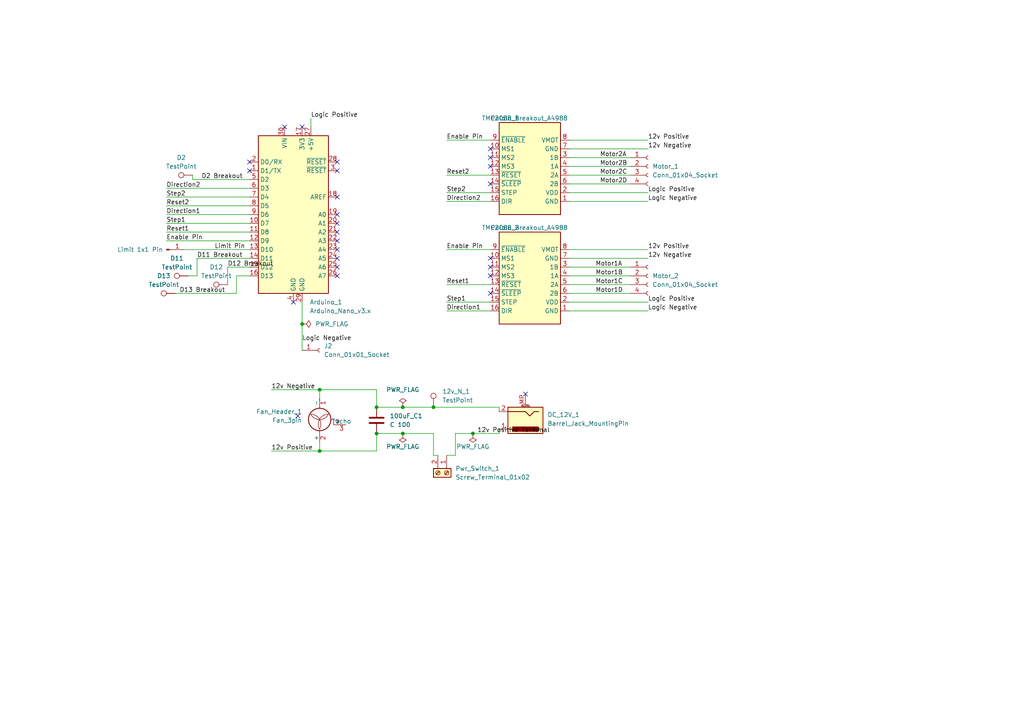
<source format=kicad_sch>
(kicad_sch (version 20230121) (generator eeschema)
  (paper "A4")
  (lib_symbols
    (symbol "Connector:Barrel_Jack_MountingPin" (pin_names hide)
      (property "Reference" "J" (at 0 5.334 0))
      (property "Value" "Barrel_Jack_MountingPin" (at 1.27 -6.35 0))
      (symbol "Barrel_Jack_MountingPin_0_1"
        (rectangle (start -5.08 3.81) (end 5.08 -3.81) (stroke (width 0.254)) (fill (type background)))
        (arc (start -3.302 3.175) (mid -3.9343 2.54) (end -3.302 1.905) (stroke (width 0.254)))
        (arc (start -3.302 3.175) (mid -3.9343 2.54) (end -3.302 1.905) (stroke (width 0.254)) (fill (type outline)))
        (polyline (pts (xy 5.08 2.54) (xy 3.81 2.54)) (stroke (width 0.254)))
        (polyline (pts (xy -3.81 -2.54) (xy -2.54 -2.54) (xy -1.27 -1.27) (xy 0 -2.54) (xy 2.54 -2.54) (xy 5.08 -2.54)) (stroke (width 0.254)))
        (rectangle (start 3.683 3.175) (end -3.302 1.905) (stroke (width 0.254)) (fill (type outline)))
      )
      (symbol "Barrel_Jack_MountingPin_1_1"
        (polyline (pts (xy -1.016 -4.572) (xy 1.016 -4.572)) (stroke (width 0.1524)))
        (text "Mounting" (at 0 -4.191 0) (effects (font (size 0.381 0.381))))
        (pin passive line (at 7.62 2.54 180) (length 2.54) (name "~") (number "1"))
        (pin passive line (at 7.62 -2.54 180) (length 2.54) (name "~") (number "2"))
        (pin passive line (at 0 -7.62 90) (length 3.048) (name "MountPin") (number "MP"))
      )
    )
    (symbol "Connector:Conn_01x01_Pin" (pin_names (offset 1.016) hide)
      (property "Reference" "J" (at 0 2.54 0))
      (property "Value" "Conn_01x01_Pin" (at 0 -2.54 0))
      (symbol "Conn_01x01_Pin_1_1"
        (polyline (pts (xy 1.27 0) (xy 0.8636 0)) (stroke (width 0.1524)))
        (rectangle (start 0.8636 0.127) (end 0 -0.127) (stroke (width 0.1524)) (fill (type outline)))
        (pin passive line (at 5.08 0 180) (length 3.81) (name "Pin_1") (number "1"))
      )
    )
    (symbol "Connector:Conn_01x01_Socket" (pin_names (offset 1.016) hide)
      (property "Reference" "J" (at 0 2.54 0))
      (property "Value" "Conn_01x01_Socket" (at 0 -2.54 0))
      (symbol "Conn_01x01_Socket_1_1"
        (polyline (pts (xy -1.27 0) (xy -0.508 0)) (stroke (width 0.1524)))
        (arc (start 0 0.508) (mid -0.5058 0) (end 0 -0.508) (stroke (width 0.1524)))
        (pin passive line (at -5.08 0 0) (length 3.81) (name "Pin_1") (number "1"))
      )
    )
    (symbol "Connector:Conn_01x04_Socket" (pin_names (offset 1.016) hide)
      (property "Reference" "J" (at 0 5.08 0))
      (property "Value" "Conn_01x04_Socket" (at 0 -7.62 0))
      (symbol "Conn_01x04_Socket_1_1"
        (arc (start 0 -4.572) (mid -0.5058 -5.08) (end 0 -5.588) (stroke (width 0.1524)))
        (arc (start 0 -2.032) (mid -0.5058 -2.54) (end 0 -3.048) (stroke (width 0.1524)))
        (polyline (pts (xy -1.27 -5.08) (xy -0.508 -5.08)) (stroke (width 0.1524)))
        (polyline (pts (xy -1.27 -2.54) (xy -0.508 -2.54)) (stroke (width 0.1524)))
        (polyline (pts (xy -1.27 0) (xy -0.508 0)) (stroke (width 0.1524)))
        (polyline (pts (xy -1.27 2.54) (xy -0.508 2.54)) (stroke (width 0.1524)))
        (arc (start 0 0.508) (mid -0.5058 0) (end 0 -0.508) (stroke (width 0.1524)))
        (arc (start 0 3.048) (mid -0.5058 2.54) (end 0 2.032) (stroke (width 0.1524)))
        (pin passive line (at -5.08 2.54 0) (length 3.81) (name "Pin_1") (number "1"))
        (pin passive line (at -5.08 0 0) (length 3.81) (name "Pin_2") (number "2"))
        (pin passive line (at -5.08 -2.54 0) (length 3.81) (name "Pin_3") (number "3"))
        (pin passive line (at -5.08 -5.08 0) (length 3.81) (name "Pin_4") (number "4"))
      )
    )
    (symbol "Connector:Screw_Terminal_01x02" (pin_names (offset 1.016) hide)
      (property "Reference" "J" (at 0 2.54 0))
      (property "Value" "Screw_Terminal_01x02" (at 0 -5.08 0))
      (symbol "Screw_Terminal_01x02_1_1"
        (rectangle (start -1.27 1.27) (end 1.27 -3.81) (stroke (width 0.254)) (fill (type background)))
        (circle (center 0 -2.54) (radius 0.635) (stroke (width 0.1524)))
        (polyline (pts (xy -0.5334 -2.2098) (xy 0.3302 -3.048)) (stroke (width 0.1524)))
        (polyline (pts (xy -0.5334 0.3302) (xy 0.3302 -0.508)) (stroke (width 0.1524)))
        (polyline (pts (xy -0.3556 -2.032) (xy 0.508 -2.8702)) (stroke (width 0.1524)))
        (polyline (pts (xy -0.3556 0.508) (xy 0.508 -0.3302)) (stroke (width 0.1524)))
        (circle (center 0 0) (radius 0.635) (stroke (width 0.1524)))
        (pin passive line (at -5.08 0 0) (length 3.81) (name "Pin_1") (number "1"))
        (pin passive line (at -5.08 -2.54 0) (length 3.81) (name "Pin_2") (number "2"))
      )
    )
    (symbol "Connector:TestPoint" (pin_numbers hide) (pin_names (offset 0.762) hide)
      (property "Reference" "TP" (at 0 6.858 0))
      (property "Value" "TestPoint" (at 0 5.08 0))
      (symbol "TestPoint_0_1"
        (circle (center 0 3.302) (radius 0.762))
      )
      (symbol "TestPoint_1_1"
        (pin passive line (at 0 0 90) (length 2.54) (name "1") (number "1"))
      )
    )
    (symbol "Device:C" (pin_numbers hide) (pin_names (offset 0.254))
      (property "Reference" "C" (at 0.635 2.54 0))
      (property "Value" "C" (at 0.635 -2.54 0))
      (symbol "C_0_1"
        (polyline (pts (xy -2.032 -0.762) (xy 2.032 -0.762)) (stroke (width 0.508)))
        (polyline (pts (xy -2.032 0.762) (xy 2.032 0.762)) (stroke (width 0.508)))
      )
      (symbol "C_1_1"
        (pin passive line (at 0 3.81 270) (length 2.794) (name "~") (number "1"))
        (pin passive line (at 0 -3.81 90) (length 2.794) (name "~") (number "2"))
      )
    )
    (symbol "Driver_Motor:Pololu_Breakout_A4988"
      (property "Reference" "A2" (at 7.2741 20.32 0))
      (property "Value" "Pololu_Breakout_A4988" (at 7.2741 17.78 0))
      (symbol "Pololu_Breakout_A4988_0_1"
        (rectangle (start -7.62 13.97) (end 10.16 -12.7) (stroke (width 0.254)) (fill (type background)))
      )
      (symbol "Pololu_Breakout_A4988_1_1"
        (pin power_in line (at 12.7 -8.89 180) (length 2.54) (name "GND") (number "1"))
        (pin input line (at -10.16 6.35 0) (length 2.54) (name "MS1") (number "10"))
        (pin input line (at -10.16 3.81 0) (length 2.54) (name "MS2") (number "11"))
        (pin input line (at -10.16 1.27 0) (length 2.54) (name "MS3") (number "12"))
        (pin input line (at -10.16 -1.27 0) (length 2.54) (name "~{RESET}") (number "13"))
        (pin input line (at -10.16 -3.81 0) (length 2.54) (name "~{SLEEP}") (number "14"))
        (pin input line (at -10.16 -6.35 0) (length 2.54) (name "STEP") (number "15"))
        (pin input line (at -10.16 -8.89 0) (length 2.54) (name "DIR") (number "16"))
        (pin power_in line (at 12.7 -6.35 180) (length 2.54) (name "VDD") (number "2"))
        (pin output line (at 12.7 3.81 180) (length 2.54) (name "1B") (number "3"))
        (pin output line (at 12.7 1.27 180) (length 2.54) (name "1A") (number "4"))
        (pin output line (at 12.7 -1.27 180) (length 2.54) (name "2A") (number "5"))
        (pin output line (at 12.7 -3.81 180) (length 2.54) (name "2B") (number "6"))
        (pin power_in line (at 12.7 6.35 180) (length 2.54) (name "GND") (number "7"))
        (pin power_in line (at 12.7 8.89 180) (length 2.54) (name "VMOT") (number "8"))
        (pin input line (at -10.16 8.89 0) (length 2.54) (name "~{ENABLE}") (number "9"))
      )
    )
    (symbol "MCU_Module:Arduino_Nano_v3.x"
      (property "Reference" "A" (at -10.16 23.495 0))
      (property "Value" "Arduino_Nano_v3.x" (at 5.08 -24.13 0))
      (symbol "Arduino_Nano_v3.x_0_1"
        (rectangle (start -10.16 22.86) (end 10.16 -22.86) (stroke (width 0.254)) (fill (type background)))
      )
      (symbol "Arduino_Nano_v3.x_1_1"
        (pin bidirectional line (at -12.7 12.7 0) (length 2.54) (name "D1/TX") (number "1"))
        (pin bidirectional line (at -12.7 -2.54 0) (length 2.54) (name "D7") (number "10"))
        (pin bidirectional line (at -12.7 -5.08 0) (length 2.54) (name "D8") (number "11"))
        (pin bidirectional line (at -12.7 -7.62 0) (length 2.54) (name "D9") (number "12"))
        (pin bidirectional line (at -12.7 -10.16 0) (length 2.54) (name "D10") (number "13"))
        (pin bidirectional line (at -12.7 -12.7 0) (length 2.54) (name "D11") (number "14"))
        (pin bidirectional line (at -12.7 -15.24 0) (length 2.54) (name "D12") (number "15"))
        (pin bidirectional line (at -12.7 -17.78 0) (length 2.54) (name "D13") (number "16"))
        (pin power_out line (at 2.54 25.4 270) (length 2.54) (name "3V3") (number "17"))
        (pin input line (at 12.7 5.08 180) (length 2.54) (name "AREF") (number "18"))
        (pin bidirectional line (at 12.7 0 180) (length 2.54) (name "A0") (number "19"))
        (pin bidirectional line (at -12.7 15.24 0) (length 2.54) (name "D0/RX") (number "2"))
        (pin bidirectional line (at 12.7 -2.54 180) (length 2.54) (name "A1") (number "20"))
        (pin bidirectional line (at 12.7 -5.08 180) (length 2.54) (name "A2") (number "21"))
        (pin bidirectional line (at 12.7 -7.62 180) (length 2.54) (name "A3") (number "22"))
        (pin bidirectional line (at 12.7 -10.16 180) (length 2.54) (name "A4") (number "23"))
        (pin bidirectional line (at 12.7 -12.7 180) (length 2.54) (name "A5") (number "24"))
        (pin bidirectional line (at 12.7 -15.24 180) (length 2.54) (name "A6") (number "25"))
        (pin bidirectional line (at 12.7 -17.78 180) (length 2.54) (name "A7") (number "26"))
        (pin power_out line (at 5.08 25.4 270) (length 2.54) (name "+5V") (number "27"))
        (pin input line (at 12.7 15.24 180) (length 2.54) (name "~{RESET}") (number "28"))
        (pin power_in line (at 2.54 -25.4 90) (length 2.54) (name "GND") (number "29"))
        (pin input line (at 12.7 12.7 180) (length 2.54) (name "~{RESET}") (number "3"))
        (pin power_in line (at -2.54 25.4 270) (length 2.54) (name "VIN") (number "30"))
        (pin power_in line (at 0 -25.4 90) (length 2.54) (name "GND") (number "4"))
        (pin bidirectional line (at -12.7 10.16 0) (length 2.54) (name "D2") (number "5"))
        (pin bidirectional line (at -12.7 7.62 0) (length 2.54) (name "D3") (number "6"))
        (pin bidirectional line (at -12.7 5.08 0) (length 2.54) (name "D4") (number "7"))
        (pin bidirectional line (at -12.7 2.54 0) (length 2.54) (name "D5") (number "8"))
        (pin bidirectional line (at -12.7 0 0) (length 2.54) (name "D6") (number "9"))
      )
    )
    (symbol "Motor:Fan_3pin" (pin_names (offset 0))
      (property "Reference" "M1" (at 5.08 -1.27 0))
      (property "Value" "Fan_3pin" (at 5.08 -3.81 0))
      (symbol "Fan_3pin_0_0"
        (arc (start -5.588 -1.016) (mid -5.08 -1.5218) (end -4.572 -1.016))
        (arc (start -5.08 -0.508) (mid -5.4392 -0.6568) (end -5.588 -1.016))
        (polyline (pts (xy -5.08 -0.508) (xy -5.334 -0.381)))
        (polyline (pts (xy -5.08 -0.508) (xy -5.207 -0.762)))
        (polyline (pts (xy -4.064 0) (xy -4.064 -1.524) (xy -3.302 -1.524)))
      )
      (symbol "Fan_3pin_0_1"
        (arc (start -2.54 -3.048) (mid 0.0028 -1.6279) (end 0 1.27))
        (circle (center 0 -1.524) (radius 3.2512) (stroke (width 0.254)))
        (polyline (pts (xy -4.064 0) (xy -5.08 0)))
        (polyline (pts (xy 0 -7.62) (xy 0 -7.112)))
        (polyline (pts (xy 0 -4.7752) (xy 0 -5.1816)))
        (polyline (pts (xy 0 1.7272) (xy 0 2.0828)))
        (polyline (pts (xy 0 2.032) (xy 0 2.54)))
        (arc (start 0 1.27) (mid 0.053 -1.619) (end 2.54 -3.048))
        (arc (start 2.54 -3.048) (mid 0 -1.4782) (end -2.54 -3.048))
      )
      (symbol "Fan_3pin_1_1"
        (pin passive line (at 0 -7.62 90) (length 2.54) (name "-") (number "1"))
        (pin passive line (at 0 5.08 270) (length 2.54) (name "+") (number "2"))
        (pin passive line (at -7.62 0 0) (length 2.54) (name "Tacho") (number "3"))
      )
    )
    (symbol "power:PWR_FLAG" (power) (pin_numbers hide) (pin_names (offset 0) hide)
      (property "Value" "PWR_FLAG" (at 0 3.81 0))
      (symbol "PWR_FLAG_0_0"
        (pin power_out line (at 0 0 90) (length 0) (name "pwr") (number "1"))
      )
      (symbol "PWR_FLAG_0_1"
        (polyline (pts (xy 0 0) (xy 0 1.27) (xy -1.016 1.905) (xy 0 2.54) (xy 1.016 1.905) (xy 0 1.27)))
      )
    )
  )
  (junction (at 109.22 125.73))
  (junction (at 116.84 125.73))
  (junction (at 87.63 93.98))
  (junction (at 137.16 125.73))
  (junction (at 92.71 130.81))
  (junction (at 109.22 118.11))
  (junction (at 125.73 118.11))
  (junction (at 92.71 113.03))
  (junction (at 116.84 118.11))
  (no_connect (at 86.36 120.65))
  (no_connect (at 97.79 62.23))
  (no_connect (at 82.55 36.83))
  (no_connect (at 97.79 57.15))
  (no_connect (at 85.09 87.63))
  (no_connect (at 72.39 46.99))
  (no_connect (at 97.79 77.47))
  (no_connect (at 142.24 85.09))
  (no_connect (at 142.24 53.34))
  (no_connect (at 142.24 74.93))
  (no_connect (at 142.24 48.26))
  (no_connect (at 97.79 69.85))
  (no_connect (at 97.79 67.31))
  (no_connect (at 142.24 77.47))
  (no_connect (at 97.79 64.77))
  (no_connect (at 142.24 80.01))
  (no_connect (at 142.24 43.18))
  (no_connect (at 97.79 80.01))
  (no_connect (at 97.79 72.39))
  (no_connect (at 97.79 74.93))
  (no_connect (at 142.24 45.72))
  (no_connect (at 97.79 46.99))
  (no_connect (at 152.4 114.3))
  (no_connect (at 87.63 36.83))
  (no_connect (at 72.39 49.53))
  (no_connect (at 97.79 49.53))
  (wire (pts (xy 129.54 72.39) (xy 142.24 72.39)))
  (wire (pts (xy 125.73 132.08) (xy 127 132.08)))
  (wire (pts (xy 92.71 130.81) (xy 109.22 130.81)))
  (wire (pts (xy 129.54 40.64) (xy 142.24 40.64)))
  (wire (pts (xy 165.1 82.55) (xy 182.88 82.55)))
  (wire (pts (xy 144.78 118.11) (xy 144.78 119.38)))
  (wire (pts (xy 165.1 40.64) (xy 187.96 40.64)))
  (wire (pts (xy 48.26 62.23) (xy 72.39 62.23)))
  (wire (pts (xy 132.08 125.73) (xy 137.16 125.73)))
  (wire (pts (xy 109.22 130.81) (xy 109.22 125.73)))
  (wire (pts (xy 165.1 50.8) (xy 182.88 50.8)))
  (wire (pts (xy 48.26 64.77) (xy 72.39 64.77)))
  (wire (pts (xy 53.34 72.39) (xy 72.39 72.39)))
  (wire (pts (xy 125.73 125.73) (xy 116.84 125.73)))
  (wire (pts (xy 78.74 113.03) (xy 92.71 113.03)))
  (wire (pts (xy 165.1 77.47) (xy 182.88 77.47)))
  (wire (pts (xy 137.16 125.73) (xy 144.78 125.73)))
  (wire (pts (xy 165.1 45.72) (xy 182.88 45.72)))
  (wire (pts (xy 109.22 125.73) (xy 116.84 125.73)))
  (wire (pts (xy 90.17 34.29) (xy 90.17 36.83)))
  (wire (pts (xy 50.8 85.09) (xy 68.58 85.09)))
  (wire (pts (xy 48.26 69.85) (xy 72.39 69.85)))
  (wire (pts (xy 48.26 67.31) (xy 72.39 67.31)))
  (wire (pts (xy 87.63 93.98) (xy 87.63 101.6)))
  (wire (pts (xy 129.54 87.63) (xy 142.24 87.63)))
  (wire (pts (xy 165.1 55.88) (xy 187.96 55.88)))
  (wire (pts (xy 109.22 113.03) (xy 109.22 118.11)))
  (wire (pts (xy 165.1 87.63) (xy 187.96 87.63)))
  (wire (pts (xy 165.1 85.09) (xy 182.88 85.09)))
  (wire (pts (xy 129.54 82.55) (xy 142.24 82.55)))
  (wire (pts (xy 68.58 85.09) (xy 68.58 80.01)))
  (wire (pts (xy 68.58 80.01) (xy 72.39 80.01)))
  (wire (pts (xy 165.1 72.39) (xy 187.96 72.39)))
  (wire (pts (xy 48.26 54.61) (xy 72.39 54.61)))
  (wire (pts (xy 129.54 90.17) (xy 142.24 90.17)))
  (wire (pts (xy 78.74 130.81) (xy 92.71 130.81)))
  (wire (pts (xy 165.1 58.42) (xy 187.96 58.42)))
  (wire (pts (xy 144.78 125.73) (xy 144.78 124.46)))
  (wire (pts (xy 48.26 57.15) (xy 72.39 57.15)))
  (wire (pts (xy 57.15 74.93) (xy 72.39 74.93)))
  (wire (pts (xy 129.54 50.8) (xy 142.24 50.8)))
  (wire (pts (xy 165.1 43.18) (xy 187.96 43.18)))
  (wire (pts (xy 109.22 118.11) (xy 116.84 118.11)))
  (wire (pts (xy 92.71 128.27) (xy 92.71 130.81)))
  (wire (pts (xy 165.1 90.17) (xy 187.96 90.17)))
  (wire (pts (xy 92.71 113.03) (xy 92.71 115.57)))
  (wire (pts (xy 87.63 87.63) (xy 87.63 93.98)))
  (wire (pts (xy 129.54 55.88) (xy 142.24 55.88)))
  (wire (pts (xy 55.88 52.07) (xy 72.39 52.07)))
  (wire (pts (xy 57.15 80.01) (xy 57.15 74.93)))
  (wire (pts (xy 116.84 118.11) (xy 125.73 118.11)))
  (wire (pts (xy 132.08 132.08) (xy 132.08 125.73)))
  (wire (pts (xy 48.26 59.69) (xy 72.39 59.69)))
  (wire (pts (xy 165.1 53.34) (xy 182.88 53.34)))
  (wire (pts (xy 165.1 74.93) (xy 187.96 74.93)))
  (wire (pts (xy 129.54 58.42) (xy 142.24 58.42)))
  (wire (pts (xy 54.61 80.01) (xy 57.15 80.01)))
  (wire (pts (xy 165.1 48.26) (xy 182.88 48.26)))
  (wire (pts (xy 129.54 132.08) (xy 132.08 132.08)))
  (wire (pts (xy 66.04 82.55) (xy 66.04 77.47)))
  (wire (pts (xy 125.73 132.08) (xy 125.73 125.73)))
  (wire (pts (xy 66.04 77.47) (xy 72.39 77.47)))
  (wire (pts (xy 92.71 113.03) (xy 109.22 113.03)))
  (wire (pts (xy 165.1 80.01) (xy 182.88 80.01)))
  (wire (pts (xy 125.73 118.11) (xy 144.78 118.11)))
  (wire (pts (xy 55.88 50.8) (xy 55.88 52.07)))
  (label "12v Positive" (at 187.96 40.64 0))
  (label "Enable Pin" (at 48.26 69.85 0))
  (label "Step1" (at 129.54 87.63 0))
  (label "Direction2" (at 48.26 54.61 0))
  (label "Reset1" (at 48.26 67.31 0))
  (label "Logic Positive" (at 187.96 87.63 0))
  (label "Reset2" (at 48.26 59.69 0))
  (label "Motor1B" (at 172.72 80.01 0))
  (label "12v Negative" (at 187.96 43.18 0))
  (label "D12 Breakout" (at 66.04 77.47 0))
  (label "Direction2" (at 129.54 58.42 0))
  (label "Logic Negative" (at 187.96 90.17 0))
  (label "Enable Pin" (at 129.54 72.39 0))
  (label "Logic Positive" (at 90.17 34.29 0))
  (label "Limit Pin" (at 62.23 72.39 0))
  (label "12v Positive" (at 78.74 130.81 0))
  (label "D2 Breakout" (at 58.42 52.07 0))
  (label "Motor2D" (at 173.99 53.34 0))
  (label "Motor2A" (at 173.99 45.72 0))
  (label "Logic Positive" (at 187.96 55.88 0))
  (label "Motor1A" (at 172.72 77.47 0))
  (label "Step1" (at 48.26 64.77 0))
  (label "Motor1D" (at 172.72 85.09 0))
  (label "Logic Negative" (at 87.63 99.06 0))
  (label "12v Positive Terminal" (at 138.43 125.73 0))
  (label "12v Positive" (at 187.96 72.39 0))
  (label "D13 Breakout" (at 52.07 85.09 0))
  (label "Enable Pin" (at 129.54 40.64 0))
  (label "12v Negative" (at 187.96 74.93 0))
  (label "Direction1" (at 129.54 90.17 0))
  (label "Reset2" (at 129.54 50.8 0))
  (label "Direction1" (at 48.26 62.23 0))
  (label "12v Negative" (at 78.74 113.03 0))
  (label "Reset1" (at 129.54 82.55 0))
  (label "Motor2B" (at 173.99 48.26 0))
  (label "Step2" (at 129.54 55.88 0))
  (label "Motor2C" (at 173.99 50.8 0))
  (label "Step2" (at 48.26 57.15 0))
  (label "Motor1C" (at 172.72 82.55 0))
  (label "D11 Breakout" (at 57.15 74.93 0))
  (label "Logic Negative" (at 187.96 58.42 0))
  (symbol (lib_id "Connector:Conn_01x01_Socket") (at 92.71 101.6 0) (unit 1)
    (property "Reference" "J2" (at 93.98 100.33 0) (effects (justify left)))
    (property "Value" "Conn_01x01_Socket" (at 93.98 102.87 0) (effects (justify left)))
    (property "Footprint" "Connector_PinHeader_2.54mm:PinHeader_1x01_P2.54mm_Vertical" (effects hide))
  )
  (symbol (lib_id "Driver_Motor:Pololu_Breakout_A4988") (at 152.4 49.53 0) (unit 1)
    (property "Reference" "TMC2088_1" (at 139.7 34.29 0) (effects (justify left)))
    (property "Value" "Pololu_Breakout_A4988" (at 142.24 34.29 0) (effects (justify left)))
    (property "Footprint" "Module:Pololu_Breakout-16_15.2x20.3mm" (effects hide))
    (property "Datasheet" "https://www.pololu.com/product/2980/pictures" (effects hide))
  )
  (symbol (lib_id "power:PWR_FLAG") (at 116.84 118.11 0) (unit 1)
    (property "Reference" "#FLG02" (effects hide))
    (property "Value" "PWR_FLAG" (at 116.84 113.03 0))
  )
  (symbol (lib_id "Connector:TestPoint") (at 55.88 50.8 90) (unit 1)
    (property "Reference" "D2" (at 52.578 45.72 90))
    (property "Value" "TestPoint" (at 52.578 48.26 90))
    (property "Footprint" "TestPoint:TestPoint_Pad_1.5x1.5mm" (effects hide))
  )
  (symbol (lib_id "Connector:Screw_Terminal_01x02") (at 129.54 137.16 270) (unit 1)
    (property "Reference" "Pwr_Switch_1" (at 132.08 135.89 90) (effects (justify left)))
    (property "Value" "Screw_Terminal_01x02" (at 132.08 138.43 90) (effects (justify left)))
    (property "Footprint" "TerminalBlock:TerminalBlock_bornier-2_P5.08mm" (effects hide))
  )
  (symbol (lib_id "Connector:Barrel_Jack_MountingPin") (at 152.4 121.92 180) (unit 1)
    (property "Reference" "DC_12V_1" (at 158.75 120.2944 0) (effects (justify right)))
    (property "Value" "Barrel_Jack_MountingPin" (at 158.75 122.8344 0) (effects (justify right)))
    (property "Footprint" "Connector_BarrelJack:BarrelJack_Horizontal" (effects hide))
  )
  (symbol (lib_id "Connector:Conn_01x04_Socket") (at 187.96 80.01 0) (unit 1)
    (property "Reference" "Motor_2" (at 189.23 80.01 0) (effects (justify left)))
    (property "Value" "Conn_01x04_Socket" (at 189.23 82.55 0) (effects (justify left)))
    (property "Footprint" "Connector_PinSocket_2.54mm:PinSocket_1x04_P2.54mm_Vertical" (effects hide))
  )
  (symbol (lib_id "Connector:TestPoint") (at 125.73 118.11 0) (unit 1)
    (property "Reference" "12v_N_1" (at 128.27 113.538 0) (effects (justify left)))
    (property "Value" "TestPoint" (at 128.27 116.078 0) (effects (justify left)))
    (property "Footprint" "TestPoint:TestPoint_Pad_1.5x1.5mm" (effects hide))
  )
  (symbol (lib_id "power:PWR_FLAG") (at 116.84 125.73 180) (unit 1)
    (property "Reference" "#FLG03" (effects hide))
    (property "Value" "PWR_FLAG" (at 116.84 129.54 0))
  )
  (symbol (lib_id "Connector:TestPoint") (at 50.8 85.09 90) (unit 1)
    (property "Reference" "D13" (at 47.498 80.01 90))
    (property "Value" "TestPoint" (at 47.498 82.55 90))
    (property "Footprint" "TestPoint:TestPoint_Pad_1.5x1.5mm" (effects hide))
  )
  (symbol (lib_id "Connector:TestPoint") (at 66.04 82.55 90) (unit 1)
    (property "Reference" "D12" (at 62.738 77.47 90))
    (property "Value" "TestPoint" (at 62.738 80.01 90))
    (property "Footprint" "TestPoint:TestPoint_Pad_1.5x1.5mm" (effects hide))
  )
  (symbol (lib_id "power:PWR_FLAG") (at 137.16 125.73 180) (unit 1)
    (property "Reference" "#FLG04" (effects hide))
    (property "Value" "PWR_FLAG" (at 137.16 129.54 0))
  )
  (symbol (lib_id "MCU_Module:Arduino_Nano_v3.x") (at 85.09 62.23 0) (unit 1)
    (property "Reference" "Arduino_1" (at 89.8241 87.63 0) (effects (justify left)))
    (property "Value" "Arduino_Nano_v3.x" (at 89.8241 90.17 0) (effects (justify left)))
    (property "Footprint" "Module:Arduino_Nano" (effects hide))
    (property "Datasheet" "http://www.mouser.com/pdfdocs/Gravitech_Arduino_Nano3_0.pdf" (effects hide))
  )
  (symbol (lib_id "Connector:TestPoint") (at 54.61 80.01 90) (unit 1)
    (property "Reference" "D11" (at 51.308 74.93 90))
    (property "Value" "TestPoint" (at 51.308 77.47 90))
    (property "Footprint" "TestPoint:TestPoint_Pad_1.5x1.5mm" (effects hide))
  )
  (symbol (lib_id "Connector:Conn_01x01_Pin") (at 48.26 72.39 0) (unit 1)
    (property "Reference" "J1" (effects hide))
    (property "Value" "Limit 1x1 Pin" (at 40.64 72.39 0))
    (property "Footprint" "Connector_PinHeader_2.54mm:PinHeader_1x01_P2.54mm_Vertical" (effects hide))
  )
  (symbol (lib_id "Motor:Fan_3pin") (at 92.71 123.19 180) (unit 1)
    (property "Reference" "Fan_Header_1" (at 87.63 119.38 0) (effects (justify left)))
    (property "Value" "Fan_3pin" (at 87.63 121.92 0) (effects (justify left)))
    (property "Footprint" "Connector:FanPinHeader_1x03_P2.54mm_Vertical" (effects hide))
    (property "Datasheet" "http://www.hardwarecanucks.com/forum/attachments/new-builds/16287d1330775095-help-chassis-power-fan-connectors-motherboard-asus_p8z68.jpg" (effects hide))
  )
  (symbol (lib_id "Driver_Motor:Pololu_Breakout_A4988") (at 152.4 81.28 0) (unit 1)
    (property "Reference" "TMC2088_2" (at 139.7 66.04 0) (effects (justify left)))
    (property "Value" "Pololu_Breakout_A4988" (at 142.24 66.04 0) (effects (justify left)))
    (property "Footprint" "Module:Pololu_Breakout-16_15.2x20.3mm" (effects hide))
    (property "Datasheet" "https://www.pololu.com/product/2980/pictures" (effects hide))
  )
  (symbol (lib_id "power:PWR_FLAG") (at 87.63 93.98 270) (unit 1)
    (property "Reference" "#FLG01" (effects hide))
    (property "Value" "PWR_FLAG" (at 91.44 93.98 90) (effects (justify left)))
  )
  (symbol (lib_id "Connector:Conn_01x04_Socket") (at 187.96 48.26 0) (unit 1)
    (property "Reference" "Motor_1" (at 189.23 48.26 0) (effects (justify left)))
    (property "Value" "Conn_01x04_Socket" (at 189.23 50.8 0) (effects (justify left)))
    (property "Footprint" "Connector_PinSocket_2.54mm:PinSocket_1x04_P2.54mm_Vertical" (effects hide))
  )
  (symbol (lib_id "Device:C") (at 109.22 121.92 180) (unit 1)
    (property "Reference" "100uF_C1" (at 113.03 120.65 0) (effects (justify right)))
    (property "Value" "C 100" (at 113.03 123.19 0) (effects (justify right)))
    (property "Footprint" "Capacitor_THT:CP_Radial_D8.0mm_P5.00mm" (effects hide))
  )
)
</source>
